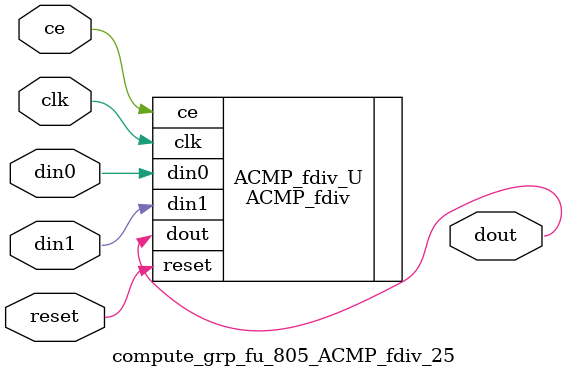
<source format=v>

`timescale 1 ns / 1 ps
module compute_grp_fu_805_ACMP_fdiv_25(
    clk,
    reset,
    ce,
    din0,
    din1,
    dout);

parameter ID = 32'd1;
parameter NUM_STAGE = 32'd1;
parameter din0_WIDTH = 32'd1;
parameter din1_WIDTH = 32'd1;
parameter dout_WIDTH = 32'd1;
input clk;
input reset;
input ce;
input[din0_WIDTH - 1:0] din0;
input[din1_WIDTH - 1:0] din1;
output[dout_WIDTH - 1:0] dout;



ACMP_fdiv #(
.ID( ID ),
.NUM_STAGE( 10 ),
.din0_WIDTH( din0_WIDTH ),
.din1_WIDTH( din1_WIDTH ),
.dout_WIDTH( dout_WIDTH ))
ACMP_fdiv_U(
    .clk( clk ),
    .reset( reset ),
    .ce( ce ),
    .din0( din0 ),
    .din1( din1 ),
    .dout( dout ));

endmodule

</source>
